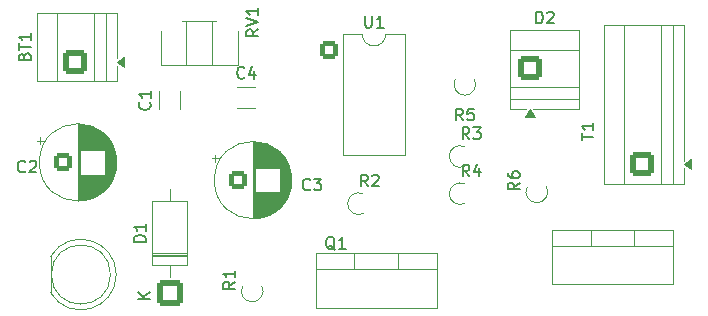
<source format=gbr>
%TF.GenerationSoftware,KiCad,Pcbnew,9.0.6*%
%TF.CreationDate,2025-12-16T12:20:02+05:30*%
%TF.ProjectId,MINI INVERTER,4d494e49-2049-44e5-9645-525445522e6b,rev?*%
%TF.SameCoordinates,Original*%
%TF.FileFunction,Legend,Top*%
%TF.FilePolarity,Positive*%
%FSLAX46Y46*%
G04 Gerber Fmt 4.6, Leading zero omitted, Abs format (unit mm)*
G04 Created by KiCad (PCBNEW 9.0.6) date 2025-12-16 12:20:02*
%MOMM*%
%LPD*%
G01*
G04 APERTURE LIST*
G04 Aperture macros list*
%AMRoundRect*
0 Rectangle with rounded corners*
0 $1 Rounding radius*
0 $2 $3 $4 $5 $6 $7 $8 $9 X,Y pos of 4 corners*
0 Add a 4 corners polygon primitive as box body*
4,1,4,$2,$3,$4,$5,$6,$7,$8,$9,$2,$3,0*
0 Add four circle primitives for the rounded corners*
1,1,$1+$1,$2,$3*
1,1,$1+$1,$4,$5*
1,1,$1+$1,$6,$7*
1,1,$1+$1,$8,$9*
0 Add four rect primitives between the rounded corners*
20,1,$1+$1,$2,$3,$4,$5,0*
20,1,$1+$1,$4,$5,$6,$7,0*
20,1,$1+$1,$6,$7,$8,$9,0*
20,1,$1+$1,$8,$9,$2,$3,0*%
G04 Aperture macros list end*
%ADD10C,0.150000*%
%ADD11C,0.120000*%
%ADD12C,2.100000*%
%ADD13RoundRect,0.250000X-0.550000X-0.550000X0.550000X-0.550000X0.550000X0.550000X-0.550000X0.550000X0*%
%ADD14C,1.600000*%
%ADD15C,1.400000*%
%ADD16RoundRect,0.249999X0.850001X-0.850001X0.850001X0.850001X-0.850001X0.850001X-0.850001X-0.850001X0*%
%ADD17C,2.200000*%
%ADD18R,1.905000X2.000000*%
%ADD19O,1.905000X2.000000*%
%ADD20RoundRect,0.250000X-0.750000X-0.750000X0.750000X-0.750000X0.750000X0.750000X-0.750000X0.750000X0*%
%ADD21C,2.000000*%
%ADD22C,1.620000*%
%ADD23RoundRect,0.250000X0.750000X-0.750000X0.750000X0.750000X-0.750000X0.750000X-0.750000X-0.750000X0*%
%ADD24R,1.800000X1.800000*%
%ADD25C,1.800000*%
G04 APERTURE END LIST*
D10*
X119721333Y-85703580D02*
X119673714Y-85751200D01*
X119673714Y-85751200D02*
X119530857Y-85798819D01*
X119530857Y-85798819D02*
X119435619Y-85798819D01*
X119435619Y-85798819D02*
X119292762Y-85751200D01*
X119292762Y-85751200D02*
X119197524Y-85655961D01*
X119197524Y-85655961D02*
X119149905Y-85560723D01*
X119149905Y-85560723D02*
X119102286Y-85370247D01*
X119102286Y-85370247D02*
X119102286Y-85227390D01*
X119102286Y-85227390D02*
X119149905Y-85036914D01*
X119149905Y-85036914D02*
X119197524Y-84941676D01*
X119197524Y-84941676D02*
X119292762Y-84846438D01*
X119292762Y-84846438D02*
X119435619Y-84798819D01*
X119435619Y-84798819D02*
X119530857Y-84798819D01*
X119530857Y-84798819D02*
X119673714Y-84846438D01*
X119673714Y-84846438D02*
X119721333Y-84894057D01*
X120054667Y-84798819D02*
X120673714Y-84798819D01*
X120673714Y-84798819D02*
X120340381Y-85179771D01*
X120340381Y-85179771D02*
X120483238Y-85179771D01*
X120483238Y-85179771D02*
X120578476Y-85227390D01*
X120578476Y-85227390D02*
X120626095Y-85275009D01*
X120626095Y-85275009D02*
X120673714Y-85370247D01*
X120673714Y-85370247D02*
X120673714Y-85608342D01*
X120673714Y-85608342D02*
X120626095Y-85703580D01*
X120626095Y-85703580D02*
X120578476Y-85751200D01*
X120578476Y-85751200D02*
X120483238Y-85798819D01*
X120483238Y-85798819D02*
X120197524Y-85798819D01*
X120197524Y-85798819D02*
X120102286Y-85751200D01*
X120102286Y-85751200D02*
X120054667Y-85703580D01*
X106131580Y-78346666D02*
X106179200Y-78394285D01*
X106179200Y-78394285D02*
X106226819Y-78537142D01*
X106226819Y-78537142D02*
X106226819Y-78632380D01*
X106226819Y-78632380D02*
X106179200Y-78775237D01*
X106179200Y-78775237D02*
X106083961Y-78870475D01*
X106083961Y-78870475D02*
X105988723Y-78918094D01*
X105988723Y-78918094D02*
X105798247Y-78965713D01*
X105798247Y-78965713D02*
X105655390Y-78965713D01*
X105655390Y-78965713D02*
X105464914Y-78918094D01*
X105464914Y-78918094D02*
X105369676Y-78870475D01*
X105369676Y-78870475D02*
X105274438Y-78775237D01*
X105274438Y-78775237D02*
X105226819Y-78632380D01*
X105226819Y-78632380D02*
X105226819Y-78537142D01*
X105226819Y-78537142D02*
X105274438Y-78394285D01*
X105274438Y-78394285D02*
X105322057Y-78346666D01*
X106226819Y-77394285D02*
X106226819Y-77965713D01*
X106226819Y-77679999D02*
X105226819Y-77679999D01*
X105226819Y-77679999D02*
X105369676Y-77775237D01*
X105369676Y-77775237D02*
X105464914Y-77870475D01*
X105464914Y-77870475D02*
X105512533Y-77965713D01*
X132655333Y-79884819D02*
X132322000Y-79408628D01*
X132083905Y-79884819D02*
X132083905Y-78884819D01*
X132083905Y-78884819D02*
X132464857Y-78884819D01*
X132464857Y-78884819D02*
X132560095Y-78932438D01*
X132560095Y-78932438D02*
X132607714Y-78980057D01*
X132607714Y-78980057D02*
X132655333Y-79075295D01*
X132655333Y-79075295D02*
X132655333Y-79218152D01*
X132655333Y-79218152D02*
X132607714Y-79313390D01*
X132607714Y-79313390D02*
X132560095Y-79361009D01*
X132560095Y-79361009D02*
X132464857Y-79408628D01*
X132464857Y-79408628D02*
X132083905Y-79408628D01*
X133560095Y-78884819D02*
X133083905Y-78884819D01*
X133083905Y-78884819D02*
X133036286Y-79361009D01*
X133036286Y-79361009D02*
X133083905Y-79313390D01*
X133083905Y-79313390D02*
X133179143Y-79265771D01*
X133179143Y-79265771D02*
X133417238Y-79265771D01*
X133417238Y-79265771D02*
X133512476Y-79313390D01*
X133512476Y-79313390D02*
X133560095Y-79361009D01*
X133560095Y-79361009D02*
X133607714Y-79456247D01*
X133607714Y-79456247D02*
X133607714Y-79694342D01*
X133607714Y-79694342D02*
X133560095Y-79789580D01*
X133560095Y-79789580D02*
X133512476Y-79837200D01*
X133512476Y-79837200D02*
X133417238Y-79884819D01*
X133417238Y-79884819D02*
X133179143Y-79884819D01*
X133179143Y-79884819D02*
X133083905Y-79837200D01*
X133083905Y-79837200D02*
X133036286Y-79789580D01*
X137456819Y-85146666D02*
X136980628Y-85479999D01*
X137456819Y-85718094D02*
X136456819Y-85718094D01*
X136456819Y-85718094D02*
X136456819Y-85337142D01*
X136456819Y-85337142D02*
X136504438Y-85241904D01*
X136504438Y-85241904D02*
X136552057Y-85194285D01*
X136552057Y-85194285D02*
X136647295Y-85146666D01*
X136647295Y-85146666D02*
X136790152Y-85146666D01*
X136790152Y-85146666D02*
X136885390Y-85194285D01*
X136885390Y-85194285D02*
X136933009Y-85241904D01*
X136933009Y-85241904D02*
X136980628Y-85337142D01*
X136980628Y-85337142D02*
X136980628Y-85718094D01*
X136456819Y-84289523D02*
X136456819Y-84479999D01*
X136456819Y-84479999D02*
X136504438Y-84575237D01*
X136504438Y-84575237D02*
X136552057Y-84622856D01*
X136552057Y-84622856D02*
X136694914Y-84718094D01*
X136694914Y-84718094D02*
X136885390Y-84765713D01*
X136885390Y-84765713D02*
X137266342Y-84765713D01*
X137266342Y-84765713D02*
X137361580Y-84718094D01*
X137361580Y-84718094D02*
X137409200Y-84670475D01*
X137409200Y-84670475D02*
X137456819Y-84575237D01*
X137456819Y-84575237D02*
X137456819Y-84384761D01*
X137456819Y-84384761D02*
X137409200Y-84289523D01*
X137409200Y-84289523D02*
X137361580Y-84241904D01*
X137361580Y-84241904D02*
X137266342Y-84194285D01*
X137266342Y-84194285D02*
X137028247Y-84194285D01*
X137028247Y-84194285D02*
X136933009Y-84241904D01*
X136933009Y-84241904D02*
X136885390Y-84289523D01*
X136885390Y-84289523D02*
X136837771Y-84384761D01*
X136837771Y-84384761D02*
X136837771Y-84575237D01*
X136837771Y-84575237D02*
X136885390Y-84670475D01*
X136885390Y-84670475D02*
X136933009Y-84718094D01*
X136933009Y-84718094D02*
X137028247Y-84765713D01*
X113356819Y-93546666D02*
X112880628Y-93879999D01*
X113356819Y-94118094D02*
X112356819Y-94118094D01*
X112356819Y-94118094D02*
X112356819Y-93737142D01*
X112356819Y-93737142D02*
X112404438Y-93641904D01*
X112404438Y-93641904D02*
X112452057Y-93594285D01*
X112452057Y-93594285D02*
X112547295Y-93546666D01*
X112547295Y-93546666D02*
X112690152Y-93546666D01*
X112690152Y-93546666D02*
X112785390Y-93594285D01*
X112785390Y-93594285D02*
X112833009Y-93641904D01*
X112833009Y-93641904D02*
X112880628Y-93737142D01*
X112880628Y-93737142D02*
X112880628Y-94118094D01*
X113356819Y-92594285D02*
X113356819Y-93165713D01*
X113356819Y-92879999D02*
X112356819Y-92879999D01*
X112356819Y-92879999D02*
X112499676Y-92975237D01*
X112499676Y-92975237D02*
X112594914Y-93070475D01*
X112594914Y-93070475D02*
X112642533Y-93165713D01*
X105806819Y-90168094D02*
X104806819Y-90168094D01*
X104806819Y-90168094D02*
X104806819Y-89929999D01*
X104806819Y-89929999D02*
X104854438Y-89787142D01*
X104854438Y-89787142D02*
X104949676Y-89691904D01*
X104949676Y-89691904D02*
X105044914Y-89644285D01*
X105044914Y-89644285D02*
X105235390Y-89596666D01*
X105235390Y-89596666D02*
X105378247Y-89596666D01*
X105378247Y-89596666D02*
X105568723Y-89644285D01*
X105568723Y-89644285D02*
X105663961Y-89691904D01*
X105663961Y-89691904D02*
X105759200Y-89787142D01*
X105759200Y-89787142D02*
X105806819Y-89929999D01*
X105806819Y-89929999D02*
X105806819Y-90168094D01*
X105806819Y-88644285D02*
X105806819Y-89215713D01*
X105806819Y-88929999D02*
X104806819Y-88929999D01*
X104806819Y-88929999D02*
X104949676Y-89025237D01*
X104949676Y-89025237D02*
X105044914Y-89120475D01*
X105044914Y-89120475D02*
X105092533Y-89215713D01*
X106176819Y-95003904D02*
X105176819Y-95003904D01*
X106176819Y-94432476D02*
X105605390Y-94861047D01*
X105176819Y-94432476D02*
X105748247Y-95003904D01*
X95591333Y-84179580D02*
X95543714Y-84227200D01*
X95543714Y-84227200D02*
X95400857Y-84274819D01*
X95400857Y-84274819D02*
X95305619Y-84274819D01*
X95305619Y-84274819D02*
X95162762Y-84227200D01*
X95162762Y-84227200D02*
X95067524Y-84131961D01*
X95067524Y-84131961D02*
X95019905Y-84036723D01*
X95019905Y-84036723D02*
X94972286Y-83846247D01*
X94972286Y-83846247D02*
X94972286Y-83703390D01*
X94972286Y-83703390D02*
X95019905Y-83512914D01*
X95019905Y-83512914D02*
X95067524Y-83417676D01*
X95067524Y-83417676D02*
X95162762Y-83322438D01*
X95162762Y-83322438D02*
X95305619Y-83274819D01*
X95305619Y-83274819D02*
X95400857Y-83274819D01*
X95400857Y-83274819D02*
X95543714Y-83322438D01*
X95543714Y-83322438D02*
X95591333Y-83370057D01*
X95972286Y-83370057D02*
X96019905Y-83322438D01*
X96019905Y-83322438D02*
X96115143Y-83274819D01*
X96115143Y-83274819D02*
X96353238Y-83274819D01*
X96353238Y-83274819D02*
X96448476Y-83322438D01*
X96448476Y-83322438D02*
X96496095Y-83370057D01*
X96496095Y-83370057D02*
X96543714Y-83465295D01*
X96543714Y-83465295D02*
X96543714Y-83560533D01*
X96543714Y-83560533D02*
X96496095Y-83703390D01*
X96496095Y-83703390D02*
X95924667Y-84274819D01*
X95924667Y-84274819D02*
X96543714Y-84274819D01*
X138853905Y-71664819D02*
X138853905Y-70664819D01*
X138853905Y-70664819D02*
X139092000Y-70664819D01*
X139092000Y-70664819D02*
X139234857Y-70712438D01*
X139234857Y-70712438D02*
X139330095Y-70807676D01*
X139330095Y-70807676D02*
X139377714Y-70902914D01*
X139377714Y-70902914D02*
X139425333Y-71093390D01*
X139425333Y-71093390D02*
X139425333Y-71236247D01*
X139425333Y-71236247D02*
X139377714Y-71426723D01*
X139377714Y-71426723D02*
X139330095Y-71521961D01*
X139330095Y-71521961D02*
X139234857Y-71617200D01*
X139234857Y-71617200D02*
X139092000Y-71664819D01*
X139092000Y-71664819D02*
X138853905Y-71664819D01*
X139806286Y-70760057D02*
X139853905Y-70712438D01*
X139853905Y-70712438D02*
X139949143Y-70664819D01*
X139949143Y-70664819D02*
X140187238Y-70664819D01*
X140187238Y-70664819D02*
X140282476Y-70712438D01*
X140282476Y-70712438D02*
X140330095Y-70760057D01*
X140330095Y-70760057D02*
X140377714Y-70855295D01*
X140377714Y-70855295D02*
X140377714Y-70950533D01*
X140377714Y-70950533D02*
X140330095Y-71093390D01*
X140330095Y-71093390D02*
X139758667Y-71664819D01*
X139758667Y-71664819D02*
X140377714Y-71664819D01*
X114155333Y-76239580D02*
X114107714Y-76287200D01*
X114107714Y-76287200D02*
X113964857Y-76334819D01*
X113964857Y-76334819D02*
X113869619Y-76334819D01*
X113869619Y-76334819D02*
X113726762Y-76287200D01*
X113726762Y-76287200D02*
X113631524Y-76191961D01*
X113631524Y-76191961D02*
X113583905Y-76096723D01*
X113583905Y-76096723D02*
X113536286Y-75906247D01*
X113536286Y-75906247D02*
X113536286Y-75763390D01*
X113536286Y-75763390D02*
X113583905Y-75572914D01*
X113583905Y-75572914D02*
X113631524Y-75477676D01*
X113631524Y-75477676D02*
X113726762Y-75382438D01*
X113726762Y-75382438D02*
X113869619Y-75334819D01*
X113869619Y-75334819D02*
X113964857Y-75334819D01*
X113964857Y-75334819D02*
X114107714Y-75382438D01*
X114107714Y-75382438D02*
X114155333Y-75430057D01*
X115012476Y-75668152D02*
X115012476Y-76334819D01*
X114774381Y-75287200D02*
X114536286Y-76001485D01*
X114536286Y-76001485D02*
X115155333Y-76001485D01*
X133205333Y-81464819D02*
X132872000Y-80988628D01*
X132633905Y-81464819D02*
X132633905Y-80464819D01*
X132633905Y-80464819D02*
X133014857Y-80464819D01*
X133014857Y-80464819D02*
X133110095Y-80512438D01*
X133110095Y-80512438D02*
X133157714Y-80560057D01*
X133157714Y-80560057D02*
X133205333Y-80655295D01*
X133205333Y-80655295D02*
X133205333Y-80798152D01*
X133205333Y-80798152D02*
X133157714Y-80893390D01*
X133157714Y-80893390D02*
X133110095Y-80941009D01*
X133110095Y-80941009D02*
X133014857Y-80988628D01*
X133014857Y-80988628D02*
X132633905Y-80988628D01*
X133538667Y-80464819D02*
X134157714Y-80464819D01*
X134157714Y-80464819D02*
X133824381Y-80845771D01*
X133824381Y-80845771D02*
X133967238Y-80845771D01*
X133967238Y-80845771D02*
X134062476Y-80893390D01*
X134062476Y-80893390D02*
X134110095Y-80941009D01*
X134110095Y-80941009D02*
X134157714Y-81036247D01*
X134157714Y-81036247D02*
X134157714Y-81274342D01*
X134157714Y-81274342D02*
X134110095Y-81369580D01*
X134110095Y-81369580D02*
X134062476Y-81417200D01*
X134062476Y-81417200D02*
X133967238Y-81464819D01*
X133967238Y-81464819D02*
X133681524Y-81464819D01*
X133681524Y-81464819D02*
X133586286Y-81417200D01*
X133586286Y-81417200D02*
X133538667Y-81369580D01*
X115336819Y-72175238D02*
X114860628Y-72508571D01*
X115336819Y-72746666D02*
X114336819Y-72746666D01*
X114336819Y-72746666D02*
X114336819Y-72365714D01*
X114336819Y-72365714D02*
X114384438Y-72270476D01*
X114384438Y-72270476D02*
X114432057Y-72222857D01*
X114432057Y-72222857D02*
X114527295Y-72175238D01*
X114527295Y-72175238D02*
X114670152Y-72175238D01*
X114670152Y-72175238D02*
X114765390Y-72222857D01*
X114765390Y-72222857D02*
X114813009Y-72270476D01*
X114813009Y-72270476D02*
X114860628Y-72365714D01*
X114860628Y-72365714D02*
X114860628Y-72746666D01*
X114336819Y-71889523D02*
X115336819Y-71556190D01*
X115336819Y-71556190D02*
X114336819Y-71222857D01*
X115336819Y-70365714D02*
X115336819Y-70937142D01*
X115336819Y-70651428D02*
X114336819Y-70651428D01*
X114336819Y-70651428D02*
X114479676Y-70746666D01*
X114479676Y-70746666D02*
X114574914Y-70841904D01*
X114574914Y-70841904D02*
X114622533Y-70937142D01*
X124370095Y-71014819D02*
X124370095Y-71824342D01*
X124370095Y-71824342D02*
X124417714Y-71919580D01*
X124417714Y-71919580D02*
X124465333Y-71967200D01*
X124465333Y-71967200D02*
X124560571Y-72014819D01*
X124560571Y-72014819D02*
X124751047Y-72014819D01*
X124751047Y-72014819D02*
X124846285Y-71967200D01*
X124846285Y-71967200D02*
X124893904Y-71919580D01*
X124893904Y-71919580D02*
X124941523Y-71824342D01*
X124941523Y-71824342D02*
X124941523Y-71014819D01*
X125941523Y-72014819D02*
X125370095Y-72014819D01*
X125655809Y-72014819D02*
X125655809Y-71014819D01*
X125655809Y-71014819D02*
X125560571Y-71157676D01*
X125560571Y-71157676D02*
X125465333Y-71252914D01*
X125465333Y-71252914D02*
X125370095Y-71300533D01*
X133205333Y-84614819D02*
X132872000Y-84138628D01*
X132633905Y-84614819D02*
X132633905Y-83614819D01*
X132633905Y-83614819D02*
X133014857Y-83614819D01*
X133014857Y-83614819D02*
X133110095Y-83662438D01*
X133110095Y-83662438D02*
X133157714Y-83710057D01*
X133157714Y-83710057D02*
X133205333Y-83805295D01*
X133205333Y-83805295D02*
X133205333Y-83948152D01*
X133205333Y-83948152D02*
X133157714Y-84043390D01*
X133157714Y-84043390D02*
X133110095Y-84091009D01*
X133110095Y-84091009D02*
X133014857Y-84138628D01*
X133014857Y-84138628D02*
X132633905Y-84138628D01*
X134062476Y-83948152D02*
X134062476Y-84614819D01*
X133824381Y-83567200D02*
X133586286Y-84281485D01*
X133586286Y-84281485D02*
X134205333Y-84281485D01*
X95533009Y-74445714D02*
X95580628Y-74302857D01*
X95580628Y-74302857D02*
X95628247Y-74255238D01*
X95628247Y-74255238D02*
X95723485Y-74207619D01*
X95723485Y-74207619D02*
X95866342Y-74207619D01*
X95866342Y-74207619D02*
X95961580Y-74255238D01*
X95961580Y-74255238D02*
X96009200Y-74302857D01*
X96009200Y-74302857D02*
X96056819Y-74398095D01*
X96056819Y-74398095D02*
X96056819Y-74779047D01*
X96056819Y-74779047D02*
X95056819Y-74779047D01*
X95056819Y-74779047D02*
X95056819Y-74445714D01*
X95056819Y-74445714D02*
X95104438Y-74350476D01*
X95104438Y-74350476D02*
X95152057Y-74302857D01*
X95152057Y-74302857D02*
X95247295Y-74255238D01*
X95247295Y-74255238D02*
X95342533Y-74255238D01*
X95342533Y-74255238D02*
X95437771Y-74302857D01*
X95437771Y-74302857D02*
X95485390Y-74350476D01*
X95485390Y-74350476D02*
X95533009Y-74445714D01*
X95533009Y-74445714D02*
X95533009Y-74779047D01*
X95056819Y-73921904D02*
X95056819Y-73350476D01*
X96056819Y-73636190D02*
X95056819Y-73636190D01*
X96056819Y-72493333D02*
X96056819Y-73064761D01*
X96056819Y-72779047D02*
X95056819Y-72779047D01*
X95056819Y-72779047D02*
X95199676Y-72874285D01*
X95199676Y-72874285D02*
X95294914Y-72969523D01*
X95294914Y-72969523D02*
X95342533Y-73064761D01*
X124605333Y-85464819D02*
X124272000Y-84988628D01*
X124033905Y-85464819D02*
X124033905Y-84464819D01*
X124033905Y-84464819D02*
X124414857Y-84464819D01*
X124414857Y-84464819D02*
X124510095Y-84512438D01*
X124510095Y-84512438D02*
X124557714Y-84560057D01*
X124557714Y-84560057D02*
X124605333Y-84655295D01*
X124605333Y-84655295D02*
X124605333Y-84798152D01*
X124605333Y-84798152D02*
X124557714Y-84893390D01*
X124557714Y-84893390D02*
X124510095Y-84941009D01*
X124510095Y-84941009D02*
X124414857Y-84988628D01*
X124414857Y-84988628D02*
X124033905Y-84988628D01*
X124986286Y-84560057D02*
X125033905Y-84512438D01*
X125033905Y-84512438D02*
X125129143Y-84464819D01*
X125129143Y-84464819D02*
X125367238Y-84464819D01*
X125367238Y-84464819D02*
X125462476Y-84512438D01*
X125462476Y-84512438D02*
X125510095Y-84560057D01*
X125510095Y-84560057D02*
X125557714Y-84655295D01*
X125557714Y-84655295D02*
X125557714Y-84750533D01*
X125557714Y-84750533D02*
X125510095Y-84893390D01*
X125510095Y-84893390D02*
X124938667Y-85464819D01*
X124938667Y-85464819D02*
X125557714Y-85464819D01*
X142710819Y-81533904D02*
X142710819Y-80962476D01*
X143710819Y-81248190D02*
X142710819Y-81248190D01*
X143710819Y-80105333D02*
X143710819Y-80676761D01*
X143710819Y-80391047D02*
X142710819Y-80391047D01*
X142710819Y-80391047D02*
X142853676Y-80486285D01*
X142853676Y-80486285D02*
X142948914Y-80581523D01*
X142948914Y-80581523D02*
X142996533Y-80676761D01*
X121824761Y-90830057D02*
X121729523Y-90782438D01*
X121729523Y-90782438D02*
X121634285Y-90687200D01*
X121634285Y-90687200D02*
X121491428Y-90544342D01*
X121491428Y-90544342D02*
X121396190Y-90496723D01*
X121396190Y-90496723D02*
X121300952Y-90496723D01*
X121348571Y-90734819D02*
X121253333Y-90687200D01*
X121253333Y-90687200D02*
X121158095Y-90591961D01*
X121158095Y-90591961D02*
X121110476Y-90401485D01*
X121110476Y-90401485D02*
X121110476Y-90068152D01*
X121110476Y-90068152D02*
X121158095Y-89877676D01*
X121158095Y-89877676D02*
X121253333Y-89782438D01*
X121253333Y-89782438D02*
X121348571Y-89734819D01*
X121348571Y-89734819D02*
X121539047Y-89734819D01*
X121539047Y-89734819D02*
X121634285Y-89782438D01*
X121634285Y-89782438D02*
X121729523Y-89877676D01*
X121729523Y-89877676D02*
X121777142Y-90068152D01*
X121777142Y-90068152D02*
X121777142Y-90401485D01*
X121777142Y-90401485D02*
X121729523Y-90591961D01*
X121729523Y-90591961D02*
X121634285Y-90687200D01*
X121634285Y-90687200D02*
X121539047Y-90734819D01*
X121539047Y-90734819D02*
X121348571Y-90734819D01*
X122729523Y-90734819D02*
X122158095Y-90734819D01*
X122443809Y-90734819D02*
X122443809Y-89734819D01*
X122443809Y-89734819D02*
X122348571Y-89877676D01*
X122348571Y-89877676D02*
X122253333Y-89972914D01*
X122253333Y-89972914D02*
X122158095Y-90020533D01*
D11*
%TO.C,C3*%
X111389380Y-83091000D02*
X112019380Y-83091000D01*
X111704380Y-82776000D02*
X111704380Y-83406000D01*
X114889621Y-81700000D02*
X114889621Y-88160000D01*
X114929621Y-81700000D02*
X114929621Y-88160000D01*
X114969621Y-81701000D02*
X114969621Y-88159000D01*
X115009621Y-81702000D02*
X115009621Y-88158000D01*
X115049621Y-81704000D02*
X115049621Y-88156000D01*
X115089621Y-81706000D02*
X115089621Y-88154000D01*
X115129621Y-81709000D02*
X115129621Y-83890000D01*
X115129621Y-85970000D02*
X115129621Y-88151000D01*
X115169621Y-81712000D02*
X115169621Y-83890000D01*
X115169621Y-85970000D02*
X115169621Y-88148000D01*
X115209621Y-81716000D02*
X115209621Y-83890000D01*
X115209621Y-85970000D02*
X115209621Y-88144000D01*
X115249621Y-81720000D02*
X115249621Y-83890000D01*
X115249621Y-85970000D02*
X115249621Y-88140000D01*
X115289621Y-81725000D02*
X115289621Y-83890000D01*
X115289621Y-85970000D02*
X115289621Y-88135000D01*
X115329621Y-81730000D02*
X115329621Y-83890000D01*
X115329621Y-85970000D02*
X115329621Y-88130000D01*
X115369621Y-81735000D02*
X115369621Y-83890000D01*
X115369621Y-85970000D02*
X115369621Y-88125000D01*
X115409621Y-81742000D02*
X115409621Y-83890000D01*
X115409621Y-85970000D02*
X115409621Y-88118000D01*
X115449621Y-81748000D02*
X115449621Y-83890000D01*
X115449621Y-85970000D02*
X115449621Y-88112000D01*
X115489621Y-81756000D02*
X115489621Y-83890000D01*
X115489621Y-85970000D02*
X115489621Y-88104000D01*
X115529621Y-81763000D02*
X115529621Y-83890000D01*
X115529621Y-85970000D02*
X115529621Y-88097000D01*
X115569621Y-81771000D02*
X115569621Y-83890000D01*
X115569621Y-85970000D02*
X115569621Y-88089000D01*
X115609621Y-81780000D02*
X115609621Y-83890000D01*
X115609621Y-85970000D02*
X115609621Y-88080000D01*
X115649621Y-81790000D02*
X115649621Y-83890000D01*
X115649621Y-85970000D02*
X115649621Y-88070000D01*
X115689621Y-81799000D02*
X115689621Y-83890000D01*
X115689621Y-85970000D02*
X115689621Y-88061000D01*
X115729621Y-81810000D02*
X115729621Y-83890000D01*
X115729621Y-85970000D02*
X115729621Y-88050000D01*
X115769621Y-81821000D02*
X115769621Y-83890000D01*
X115769621Y-85970000D02*
X115769621Y-88039000D01*
X115809621Y-81832000D02*
X115809621Y-83890000D01*
X115809621Y-85970000D02*
X115809621Y-88028000D01*
X115849621Y-81844000D02*
X115849621Y-83890000D01*
X115849621Y-85970000D02*
X115849621Y-88016000D01*
X115889621Y-81857000D02*
X115889621Y-83890000D01*
X115889621Y-85970000D02*
X115889621Y-88003000D01*
X115929621Y-81870000D02*
X115929621Y-83890000D01*
X115929621Y-85970000D02*
X115929621Y-87990000D01*
X115969621Y-81883000D02*
X115969621Y-83890000D01*
X115969621Y-85970000D02*
X115969621Y-87977000D01*
X116009621Y-81898000D02*
X116009621Y-83890000D01*
X116009621Y-85970000D02*
X116009621Y-87962000D01*
X116049621Y-81913000D02*
X116049621Y-83890000D01*
X116049621Y-85970000D02*
X116049621Y-87947000D01*
X116089621Y-81928000D02*
X116089621Y-83890000D01*
X116089621Y-85970000D02*
X116089621Y-87932000D01*
X116129621Y-81944000D02*
X116129621Y-83890000D01*
X116129621Y-85970000D02*
X116129621Y-87916000D01*
X116169621Y-81961000D02*
X116169621Y-83890000D01*
X116169621Y-85970000D02*
X116169621Y-87899000D01*
X116209621Y-81978000D02*
X116209621Y-83890000D01*
X116209621Y-85970000D02*
X116209621Y-87882000D01*
X116249621Y-81996000D02*
X116249621Y-83890000D01*
X116249621Y-85970000D02*
X116249621Y-87864000D01*
X116289621Y-82015000D02*
X116289621Y-83890000D01*
X116289621Y-85970000D02*
X116289621Y-87845000D01*
X116329621Y-82034000D02*
X116329621Y-83890000D01*
X116329621Y-85970000D02*
X116329621Y-87826000D01*
X116369621Y-82054000D02*
X116369621Y-83890000D01*
X116369621Y-85970000D02*
X116369621Y-87806000D01*
X116409621Y-82075000D02*
X116409621Y-83890000D01*
X116409621Y-85970000D02*
X116409621Y-87785000D01*
X116449621Y-82096000D02*
X116449621Y-83890000D01*
X116449621Y-85970000D02*
X116449621Y-87764000D01*
X116489621Y-82118000D02*
X116489621Y-83890000D01*
X116489621Y-85970000D02*
X116489621Y-87742000D01*
X116529621Y-82141000D02*
X116529621Y-83890000D01*
X116529621Y-85970000D02*
X116529621Y-87719000D01*
X116569621Y-82165000D02*
X116569621Y-83890000D01*
X116569621Y-85970000D02*
X116569621Y-87695000D01*
X116609621Y-82189000D02*
X116609621Y-83890000D01*
X116609621Y-85970000D02*
X116609621Y-87671000D01*
X116649621Y-82214000D02*
X116649621Y-83890000D01*
X116649621Y-85970000D02*
X116649621Y-87646000D01*
X116689621Y-82240000D02*
X116689621Y-83890000D01*
X116689621Y-85970000D02*
X116689621Y-87620000D01*
X116729621Y-82267000D02*
X116729621Y-83890000D01*
X116729621Y-85970000D02*
X116729621Y-87593000D01*
X116769621Y-82294000D02*
X116769621Y-83890000D01*
X116769621Y-85970000D02*
X116769621Y-87566000D01*
X116809621Y-82323000D02*
X116809621Y-83890000D01*
X116809621Y-85970000D02*
X116809621Y-87537000D01*
X116849621Y-82353000D02*
X116849621Y-83890000D01*
X116849621Y-85970000D02*
X116849621Y-87507000D01*
X116889621Y-82383000D02*
X116889621Y-83890000D01*
X116889621Y-85970000D02*
X116889621Y-87477000D01*
X116929621Y-82414000D02*
X116929621Y-83890000D01*
X116929621Y-85970000D02*
X116929621Y-87446000D01*
X116969621Y-82447000D02*
X116969621Y-83890000D01*
X116969621Y-85970000D02*
X116969621Y-87413000D01*
X117009621Y-82480000D02*
X117009621Y-83890000D01*
X117009621Y-85970000D02*
X117009621Y-87380000D01*
X117049621Y-82515000D02*
X117049621Y-83890000D01*
X117049621Y-85970000D02*
X117049621Y-87345000D01*
X117089621Y-82551000D02*
X117089621Y-83890000D01*
X117089621Y-85970000D02*
X117089621Y-87309000D01*
X117129621Y-82588000D02*
X117129621Y-83890000D01*
X117129621Y-85970000D02*
X117129621Y-87272000D01*
X117169621Y-82626000D02*
X117169621Y-83890000D01*
X117169621Y-85970000D02*
X117169621Y-87234000D01*
X117209621Y-82666000D02*
X117209621Y-87194000D01*
X117249621Y-82707000D02*
X117249621Y-87153000D01*
X117289621Y-82749000D02*
X117289621Y-87111000D01*
X117329621Y-82793000D02*
X117329621Y-87067000D01*
X117369621Y-82839000D02*
X117369621Y-87021000D01*
X117409621Y-82886000D02*
X117409621Y-86974000D01*
X117449621Y-82935000D02*
X117449621Y-86925000D01*
X117489621Y-82987000D02*
X117489621Y-86873000D01*
X117529621Y-83040000D02*
X117529621Y-86820000D01*
X117569621Y-83096000D02*
X117569621Y-86764000D01*
X117609621Y-83155000D02*
X117609621Y-86705000D01*
X117649621Y-83216000D02*
X117649621Y-86644000D01*
X117689621Y-83281000D02*
X117689621Y-86579000D01*
X117729621Y-83349000D02*
X117729621Y-86511000D01*
X117769621Y-83421000D02*
X117769621Y-86439000D01*
X117809621Y-83498000D02*
X117809621Y-86362000D01*
X117849621Y-83580000D02*
X117849621Y-86280000D01*
X117889621Y-83669000D02*
X117889621Y-86191000D01*
X117929621Y-83765000D02*
X117929621Y-86095000D01*
X117969621Y-83872000D02*
X117969621Y-85988000D01*
X118009621Y-83991000D02*
X118009621Y-85869000D01*
X118049621Y-84129000D02*
X118049621Y-85731000D01*
X118089621Y-84297000D02*
X118089621Y-85563000D01*
X118129621Y-84528000D02*
X118129621Y-85332000D01*
X118159621Y-84930000D02*
G75*
G02*
X111619621Y-84930000I-3270000J0D01*
G01*
X111619621Y-84930000D02*
G75*
G02*
X118159621Y-84930000I3270000J0D01*
G01*
%TO.C,C1*%
X106902000Y-78945000D02*
X106902000Y-77415000D01*
X108742000Y-77415000D02*
X108742000Y-78945000D01*
%TO.C,R5*%
X133642000Y-76417867D02*
G75*
G02*
X132002000Y-76417867I-820000J-417133D01*
G01*
%TO.C,R6*%
X139742000Y-85512867D02*
G75*
G02*
X138102000Y-85512867I-820000J-417133D01*
G01*
%TO.C,R1*%
X115642000Y-93912867D02*
G75*
G02*
X114002000Y-93912867I-820000J-417133D01*
G01*
%TO.C,D1*%
X106352000Y-91130000D02*
X109292000Y-91130000D01*
X106352000Y-91250000D02*
X109292000Y-91250000D01*
X106352000Y-91370000D02*
X109292000Y-91370000D01*
X107822000Y-85690000D02*
X107822000Y-86710000D01*
X107822000Y-93170000D02*
X107822000Y-92150000D01*
X106352000Y-92150000D02*
X109292000Y-92150000D01*
X109292000Y-86710000D01*
X106352000Y-86710000D01*
X106352000Y-92150000D01*
%TO.C,Q2*%
X140212000Y-89120000D02*
X150432000Y-89120000D01*
X140212000Y-90500000D02*
X150432000Y-90500000D01*
X140212000Y-93740000D02*
X140212000Y-89120000D01*
X143472000Y-89120000D02*
X143472000Y-90500000D01*
X147172000Y-89120000D02*
X147172000Y-90500000D01*
X150432000Y-89120000D02*
X150432000Y-93740000D01*
X150432000Y-93740000D02*
X140212000Y-93740000D01*
%TO.C,C2*%
X96571759Y-81591000D02*
X97201759Y-81591000D01*
X96886759Y-81276000D02*
X96886759Y-81906000D01*
X100072000Y-80200000D02*
X100072000Y-86660000D01*
X100112000Y-80200000D02*
X100112000Y-86660000D01*
X100152000Y-80201000D02*
X100152000Y-86659000D01*
X100192000Y-80202000D02*
X100192000Y-86658000D01*
X100232000Y-80204000D02*
X100232000Y-86656000D01*
X100272000Y-80206000D02*
X100272000Y-86654000D01*
X100312000Y-80209000D02*
X100312000Y-82390000D01*
X100312000Y-84470000D02*
X100312000Y-86651000D01*
X100352000Y-80212000D02*
X100352000Y-82390000D01*
X100352000Y-84470000D02*
X100352000Y-86648000D01*
X100392000Y-80216000D02*
X100392000Y-82390000D01*
X100392000Y-84470000D02*
X100392000Y-86644000D01*
X100432000Y-80220000D02*
X100432000Y-82390000D01*
X100432000Y-84470000D02*
X100432000Y-86640000D01*
X100472000Y-80225000D02*
X100472000Y-82390000D01*
X100472000Y-84470000D02*
X100472000Y-86635000D01*
X100512000Y-80230000D02*
X100512000Y-82390000D01*
X100512000Y-84470000D02*
X100512000Y-86630000D01*
X100552000Y-80235000D02*
X100552000Y-82390000D01*
X100552000Y-84470000D02*
X100552000Y-86625000D01*
X100592000Y-80242000D02*
X100592000Y-82390000D01*
X100592000Y-84470000D02*
X100592000Y-86618000D01*
X100632000Y-80248000D02*
X100632000Y-82390000D01*
X100632000Y-84470000D02*
X100632000Y-86612000D01*
X100672000Y-80256000D02*
X100672000Y-82390000D01*
X100672000Y-84470000D02*
X100672000Y-86604000D01*
X100712000Y-80263000D02*
X100712000Y-82390000D01*
X100712000Y-84470000D02*
X100712000Y-86597000D01*
X100752000Y-80271000D02*
X100752000Y-82390000D01*
X100752000Y-84470000D02*
X100752000Y-86589000D01*
X100792000Y-80280000D02*
X100792000Y-82390000D01*
X100792000Y-84470000D02*
X100792000Y-86580000D01*
X100832000Y-80290000D02*
X100832000Y-82390000D01*
X100832000Y-84470000D02*
X100832000Y-86570000D01*
X100872000Y-80299000D02*
X100872000Y-82390000D01*
X100872000Y-84470000D02*
X100872000Y-86561000D01*
X100912000Y-80310000D02*
X100912000Y-82390000D01*
X100912000Y-84470000D02*
X100912000Y-86550000D01*
X100952000Y-80321000D02*
X100952000Y-82390000D01*
X100952000Y-84470000D02*
X100952000Y-86539000D01*
X100992000Y-80332000D02*
X100992000Y-82390000D01*
X100992000Y-84470000D02*
X100992000Y-86528000D01*
X101032000Y-80344000D02*
X101032000Y-82390000D01*
X101032000Y-84470000D02*
X101032000Y-86516000D01*
X101072000Y-80357000D02*
X101072000Y-82390000D01*
X101072000Y-84470000D02*
X101072000Y-86503000D01*
X101112000Y-80370000D02*
X101112000Y-82390000D01*
X101112000Y-84470000D02*
X101112000Y-86490000D01*
X101152000Y-80383000D02*
X101152000Y-82390000D01*
X101152000Y-84470000D02*
X101152000Y-86477000D01*
X101192000Y-80398000D02*
X101192000Y-82390000D01*
X101192000Y-84470000D02*
X101192000Y-86462000D01*
X101232000Y-80413000D02*
X101232000Y-82390000D01*
X101232000Y-84470000D02*
X101232000Y-86447000D01*
X101272000Y-80428000D02*
X101272000Y-82390000D01*
X101272000Y-84470000D02*
X101272000Y-86432000D01*
X101312000Y-80444000D02*
X101312000Y-82390000D01*
X101312000Y-84470000D02*
X101312000Y-86416000D01*
X101352000Y-80461000D02*
X101352000Y-82390000D01*
X101352000Y-84470000D02*
X101352000Y-86399000D01*
X101392000Y-80478000D02*
X101392000Y-82390000D01*
X101392000Y-84470000D02*
X101392000Y-86382000D01*
X101432000Y-80496000D02*
X101432000Y-82390000D01*
X101432000Y-84470000D02*
X101432000Y-86364000D01*
X101472000Y-80515000D02*
X101472000Y-82390000D01*
X101472000Y-84470000D02*
X101472000Y-86345000D01*
X101512000Y-80534000D02*
X101512000Y-82390000D01*
X101512000Y-84470000D02*
X101512000Y-86326000D01*
X101552000Y-80554000D02*
X101552000Y-82390000D01*
X101552000Y-84470000D02*
X101552000Y-86306000D01*
X101592000Y-80575000D02*
X101592000Y-82390000D01*
X101592000Y-84470000D02*
X101592000Y-86285000D01*
X101632000Y-80596000D02*
X101632000Y-82390000D01*
X101632000Y-84470000D02*
X101632000Y-86264000D01*
X101672000Y-80618000D02*
X101672000Y-82390000D01*
X101672000Y-84470000D02*
X101672000Y-86242000D01*
X101712000Y-80641000D02*
X101712000Y-82390000D01*
X101712000Y-84470000D02*
X101712000Y-86219000D01*
X101752000Y-80665000D02*
X101752000Y-82390000D01*
X101752000Y-84470000D02*
X101752000Y-86195000D01*
X101792000Y-80689000D02*
X101792000Y-82390000D01*
X101792000Y-84470000D02*
X101792000Y-86171000D01*
X101832000Y-80714000D02*
X101832000Y-82390000D01*
X101832000Y-84470000D02*
X101832000Y-86146000D01*
X101872000Y-80740000D02*
X101872000Y-82390000D01*
X101872000Y-84470000D02*
X101872000Y-86120000D01*
X101912000Y-80767000D02*
X101912000Y-82390000D01*
X101912000Y-84470000D02*
X101912000Y-86093000D01*
X101952000Y-80794000D02*
X101952000Y-82390000D01*
X101952000Y-84470000D02*
X101952000Y-86066000D01*
X101992000Y-80823000D02*
X101992000Y-82390000D01*
X101992000Y-84470000D02*
X101992000Y-86037000D01*
X102032000Y-80853000D02*
X102032000Y-82390000D01*
X102032000Y-84470000D02*
X102032000Y-86007000D01*
X102072000Y-80883000D02*
X102072000Y-82390000D01*
X102072000Y-84470000D02*
X102072000Y-85977000D01*
X102112000Y-80914000D02*
X102112000Y-82390000D01*
X102112000Y-84470000D02*
X102112000Y-85946000D01*
X102152000Y-80947000D02*
X102152000Y-82390000D01*
X102152000Y-84470000D02*
X102152000Y-85913000D01*
X102192000Y-80980000D02*
X102192000Y-82390000D01*
X102192000Y-84470000D02*
X102192000Y-85880000D01*
X102232000Y-81015000D02*
X102232000Y-82390000D01*
X102232000Y-84470000D02*
X102232000Y-85845000D01*
X102272000Y-81051000D02*
X102272000Y-82390000D01*
X102272000Y-84470000D02*
X102272000Y-85809000D01*
X102312000Y-81088000D02*
X102312000Y-82390000D01*
X102312000Y-84470000D02*
X102312000Y-85772000D01*
X102352000Y-81126000D02*
X102352000Y-82390000D01*
X102352000Y-84470000D02*
X102352000Y-85734000D01*
X102392000Y-81166000D02*
X102392000Y-85694000D01*
X102432000Y-81207000D02*
X102432000Y-85653000D01*
X102472000Y-81249000D02*
X102472000Y-85611000D01*
X102512000Y-81293000D02*
X102512000Y-85567000D01*
X102552000Y-81339000D02*
X102552000Y-85521000D01*
X102592000Y-81386000D02*
X102592000Y-85474000D01*
X102632000Y-81435000D02*
X102632000Y-85425000D01*
X102672000Y-81487000D02*
X102672000Y-85373000D01*
X102712000Y-81540000D02*
X102712000Y-85320000D01*
X102752000Y-81596000D02*
X102752000Y-85264000D01*
X102792000Y-81655000D02*
X102792000Y-85205000D01*
X102832000Y-81716000D02*
X102832000Y-85144000D01*
X102872000Y-81781000D02*
X102872000Y-85079000D01*
X102912000Y-81849000D02*
X102912000Y-85011000D01*
X102952000Y-81921000D02*
X102952000Y-84939000D01*
X102992000Y-81998000D02*
X102992000Y-84862000D01*
X103032000Y-82080000D02*
X103032000Y-84780000D01*
X103072000Y-82169000D02*
X103072000Y-84691000D01*
X103112000Y-82265000D02*
X103112000Y-84595000D01*
X103152000Y-82372000D02*
X103152000Y-84488000D01*
X103192000Y-82491000D02*
X103192000Y-84369000D01*
X103232000Y-82629000D02*
X103232000Y-84231000D01*
X103272000Y-82797000D02*
X103272000Y-84063000D01*
X103312000Y-83028000D02*
X103312000Y-83832000D01*
X103342000Y-83430000D02*
G75*
G02*
X96802000Y-83430000I-3270000J0D01*
G01*
X96802000Y-83430000D02*
G75*
G02*
X103342000Y-83430000I3270000J0D01*
G01*
%TO.C,D2*%
X136682000Y-72210000D02*
X142502000Y-72210000D01*
X136682000Y-73930000D02*
X142502000Y-73930000D01*
X136682000Y-77030000D02*
X142502000Y-77030000D01*
X136682000Y-78030000D02*
X142502000Y-78030000D01*
X136682000Y-78950000D02*
X136682000Y-72210000D01*
X138022000Y-78950000D02*
X136682000Y-78950000D01*
X142502000Y-72210000D02*
X142502000Y-78950000D01*
X142502000Y-78950000D02*
X138622000Y-78950000D01*
X138762000Y-79560000D02*
X137882000Y-79560000D01*
X138322000Y-78950000D01*
X138762000Y-79560000D01*
G36*
X138762000Y-79560000D02*
G01*
X137882000Y-79560000D01*
X138322000Y-78950000D01*
X138762000Y-79560000D01*
G37*
%TO.C,C4*%
X113557000Y-77010000D02*
X115087000Y-77010000D01*
X115087000Y-78850000D02*
X113557000Y-78850000D01*
%TO.C,R3*%
X132839133Y-83750000D02*
G75*
G02*
X132839133Y-82110000I-417133J820000D01*
G01*
%TO.C,RV1*%
X107062000Y-75190000D02*
X107062000Y-72290000D01*
X108856000Y-71470000D02*
X111788000Y-71470000D01*
X109212000Y-71470000D02*
X111432000Y-71470000D01*
X109212000Y-75190000D02*
X109212000Y-71470000D01*
X111432000Y-71470000D02*
X111432000Y-75190000D01*
X111432000Y-75190000D02*
X109212000Y-75190000D01*
X113582000Y-72290000D02*
X113582000Y-75190000D01*
X113582000Y-75190000D02*
X107062000Y-75190000D01*
%TO.C,U1*%
X122482000Y-72560000D02*
X122482000Y-82840000D01*
X122482000Y-82840000D02*
X127782000Y-82840000D01*
X124132000Y-72560000D02*
X122482000Y-72560000D01*
X127782000Y-72560000D02*
X126132000Y-72560000D01*
X127782000Y-82840000D02*
X127782000Y-72560000D01*
X126132000Y-72560000D02*
G75*
G02*
X124132000Y-72560000I-1000000J0D01*
G01*
%TO.C,R4*%
X132839133Y-86900000D02*
G75*
G02*
X132839133Y-85260000I-417133J820000D01*
G01*
%TO.C,BT1*%
X96602000Y-70750000D02*
X103342000Y-70750000D01*
X96602000Y-76570000D02*
X96602000Y-70750000D01*
X98322000Y-76570000D02*
X98322000Y-70750000D01*
X101422000Y-76570000D02*
X101422000Y-70750000D01*
X102422000Y-76570000D02*
X102422000Y-70750000D01*
X103342000Y-70750000D02*
X103342000Y-74630000D01*
X103342000Y-75230000D02*
X103342000Y-76570000D01*
X103342000Y-76570000D02*
X96602000Y-76570000D01*
X103952000Y-75370000D02*
X103342000Y-74930000D01*
X103952000Y-74490000D01*
X103952000Y-75370000D01*
G36*
X103952000Y-75370000D02*
G01*
X103342000Y-74930000D01*
X103952000Y-74490000D01*
X103952000Y-75370000D01*
G37*
%TO.C,R2*%
X124239133Y-87750000D02*
G75*
G02*
X124239133Y-86110000I-417133J820000D01*
G01*
%TO.C,T1*%
X144602000Y-71790000D02*
X151342000Y-71790000D01*
X144602000Y-85230000D02*
X144602000Y-71790000D01*
X146322000Y-85230000D02*
X146322000Y-71790000D01*
X149422000Y-85230000D02*
X149422000Y-71790000D01*
X150422000Y-85230000D02*
X150422000Y-71790000D01*
X151342000Y-71790000D02*
X151342000Y-83290000D01*
X151342000Y-83890000D02*
X151342000Y-85230000D01*
X151342000Y-85230000D02*
X144602000Y-85230000D01*
X151952000Y-84030000D02*
X151342000Y-83590000D01*
X151952000Y-83150000D01*
X151952000Y-84030000D01*
G36*
X151952000Y-84030000D02*
G01*
X151342000Y-83590000D01*
X151952000Y-83150000D01*
X151952000Y-84030000D01*
G37*
%TO.C,D3*%
X97757000Y-91385000D02*
X97757000Y-94475000D01*
X97757000Y-91385170D02*
G75*
G02*
X103307000Y-92930000I2560000J-1544830D01*
G01*
X103307000Y-92930000D02*
G75*
G02*
X97757000Y-94474830I-2990000J0D01*
G01*
X102817000Y-92930000D02*
G75*
G02*
X97817000Y-92930000I-2500000J0D01*
G01*
X97817000Y-92930000D02*
G75*
G02*
X102817000Y-92930000I2500000J0D01*
G01*
%TO.C,Q1*%
X120212000Y-91120000D02*
X130432000Y-91120000D01*
X120212000Y-92500000D02*
X130432000Y-92500000D01*
X120212000Y-95740000D02*
X120212000Y-91120000D01*
X123472000Y-91120000D02*
X123472000Y-92500000D01*
X127172000Y-91120000D02*
X127172000Y-92500000D01*
X130432000Y-91120000D02*
X130432000Y-95740000D01*
X130432000Y-95740000D02*
X120212000Y-95740000D01*
%TD*%
%LPC*%
D12*
%TO.C,REF\u002A\u002A*%
X93726000Y-97790000D03*
%TD*%
D13*
%TO.C,C3*%
X113639621Y-84930000D03*
D14*
X116139621Y-84930000D03*
%TD*%
%TO.C,C1*%
X107822000Y-79430000D03*
X107822000Y-76930000D03*
%TD*%
D15*
%TO.C,R5*%
X132822000Y-76835000D03*
X132822000Y-74935000D03*
%TD*%
D12*
%TO.C,REF\u002A\u002A*%
X92964000Y-69342000D03*
%TD*%
D15*
%TO.C,R6*%
X138922000Y-85930000D03*
X138922000Y-84030000D03*
%TD*%
%TO.C,R1*%
X114822000Y-94330000D03*
X114822000Y-92430000D03*
%TD*%
D16*
%TO.C,D1*%
X107822000Y-94510000D03*
D17*
X107822000Y-84350000D03*
%TD*%
D18*
%TO.C,Q2*%
X142782000Y-92380000D03*
D19*
X145322000Y-92380000D03*
X147862000Y-92380000D03*
%TD*%
D13*
%TO.C,C2*%
X98822000Y-83430000D03*
D14*
X101322000Y-83430000D03*
%TD*%
D20*
%TO.C,D2*%
X138322000Y-75430000D03*
D21*
X140862000Y-75430000D03*
%TD*%
D14*
%TO.C,C4*%
X113072000Y-77930000D03*
X115572000Y-77930000D03*
%TD*%
D15*
%TO.C,R3*%
X132422000Y-82930000D03*
X134322000Y-82930000D03*
%TD*%
D22*
%TO.C,RV1*%
X112822000Y-71580000D03*
X110322000Y-74080000D03*
X107822000Y-71580000D03*
%TD*%
D12*
%TO.C,REF\u002A\u002A*%
X154940000Y-70104000D03*
%TD*%
D13*
%TO.C,U1*%
X121322000Y-73890000D03*
D14*
X121322000Y-76430000D03*
X121322000Y-78970000D03*
X121322000Y-81510000D03*
X128942000Y-81510000D03*
X128942000Y-78970000D03*
X128942000Y-76430000D03*
X128942000Y-73890000D03*
%TD*%
D15*
%TO.C,R4*%
X132422000Y-86080000D03*
X134322000Y-86080000D03*
%TD*%
D23*
%TO.C,BT1*%
X99822000Y-74930000D03*
D21*
X99822000Y-72390000D03*
%TD*%
D15*
%TO.C,R2*%
X123822000Y-86930000D03*
X125722000Y-86930000D03*
%TD*%
D12*
%TO.C,REF\u002A\u002A*%
X154432000Y-97790000D03*
%TD*%
D23*
%TO.C,T1*%
X147822000Y-83590000D03*
D21*
X147822000Y-81050000D03*
X147822000Y-78510000D03*
X147822000Y-75970000D03*
X147822000Y-73430000D03*
%TD*%
D24*
%TO.C,D3*%
X99047000Y-92930000D03*
D25*
X101587000Y-92930000D03*
%TD*%
D18*
%TO.C,Q1*%
X122782000Y-94380000D03*
D19*
X125322000Y-94380000D03*
X127862000Y-94380000D03*
%TD*%
%LPD*%
M02*

</source>
